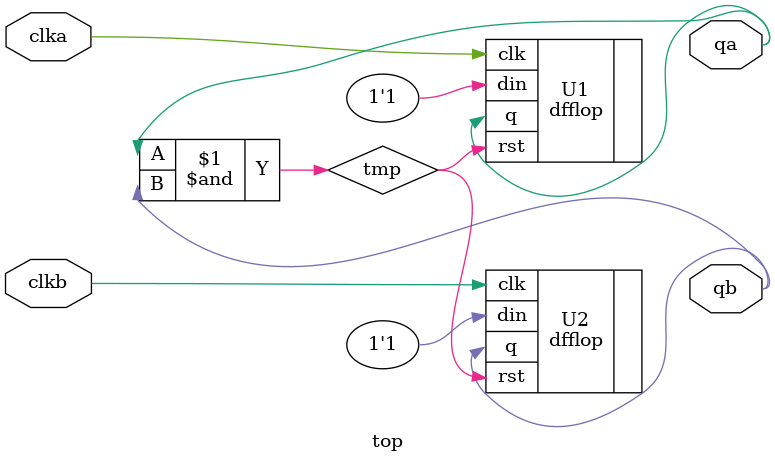
<source format=v>
`include "dfflop.v"
module top (
    input clka, clkb, output qa, qb
);
    wire tmp;
    dfflop U1(.clk(clka), .rst(tmp), .din(1'b1), .q(qa));
    dfflop U2(.clk(clkb), .rst(tmp), .din(1'b1), .q(qb));
    assign tmp  = (qa & qb);
endmodule
</source>
